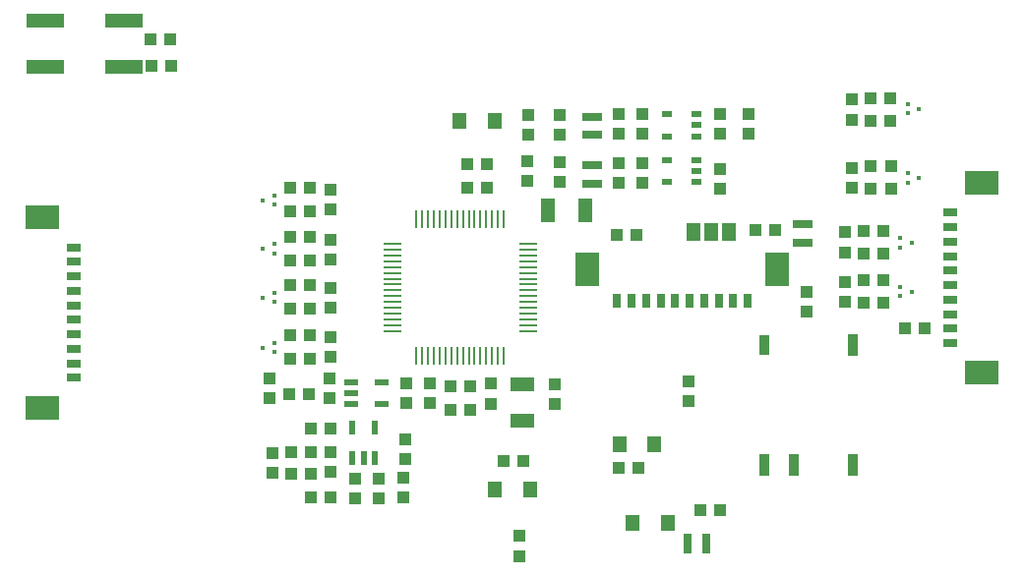
<source format=gbr>
G04 EAGLE Gerber RS-274X export*
G75*
%MOMM*%
%FSLAX34Y34*%
%LPD*%
%INSolderpaste Top*%
%IPPOS*%
%AMOC8*
5,1,8,0,0,1.08239X$1,22.5*%
G01*
%ADD10R,1.800000X0.800000*%
%ADD11R,1.000000X1.100000*%
%ADD12R,2.000000X1.200000*%
%ADD13R,1.100000X1.000000*%
%ADD14R,1.500000X0.285000*%
%ADD15R,0.285000X1.500000*%
%ADD16R,1.200000X1.400000*%
%ADD17R,1.200000X2.000000*%
%ADD18R,1.200000X0.550000*%
%ADD19R,0.550000X1.200000*%
%ADD20R,0.952500X0.508000*%
%ADD21R,0.800000X1.800000*%
%ADD22R,3.200000X1.200000*%
%ADD23R,1.168400X1.600200*%
%ADD24R,0.800000X1.300000*%
%ADD25R,2.100000X3.000000*%
%ADD26R,0.400000X0.400000*%
%ADD27R,0.965200X1.930400*%
%ADD28R,0.914400X1.778000*%
%ADD29R,1.300000X0.800000*%
%ADD30R,3.000000X2.100000*%


D10*
X496824Y365888D03*
X496824Y381888D03*
D11*
X540512Y366912D03*
X540512Y383912D03*
X520192Y366912D03*
X520192Y383912D03*
X468884Y367674D03*
X468884Y384674D03*
D12*
X437134Y193546D03*
X437134Y161546D03*
D11*
X464820Y193158D03*
X464820Y176158D03*
D13*
X389518Y382524D03*
X406518Y382524D03*
X389264Y362204D03*
X406264Y362204D03*
D11*
X409509Y193605D03*
X409509Y176605D03*
D13*
X374997Y170713D03*
X391997Y170713D03*
X375177Y191483D03*
X392177Y191483D03*
D10*
X497078Y407798D03*
X497078Y423798D03*
D11*
X540512Y408822D03*
X540512Y425822D03*
X520192Y408822D03*
X520192Y425822D03*
X469138Y408314D03*
X469138Y425314D03*
D10*
X678434Y314834D03*
X678434Y330834D03*
D11*
X681482Y272660D03*
X681482Y255660D03*
D14*
X324786Y314106D03*
X324786Y309106D03*
X324786Y304106D03*
X324786Y299106D03*
X324786Y294106D03*
X324786Y289106D03*
X324786Y284106D03*
X324786Y279106D03*
X324786Y274106D03*
X324786Y269106D03*
X324786Y264106D03*
X324786Y259106D03*
X324786Y254106D03*
X324786Y249106D03*
X324786Y244106D03*
X324786Y239106D03*
D15*
X345786Y218106D03*
X350786Y218106D03*
X355786Y218106D03*
X360786Y218106D03*
X365786Y218106D03*
X370786Y218106D03*
X375786Y218106D03*
X380786Y218106D03*
X385786Y218106D03*
X390786Y218106D03*
X395786Y218106D03*
X400786Y218106D03*
X405786Y218106D03*
X410786Y218106D03*
X415786Y218106D03*
X420786Y218106D03*
D14*
X441786Y239106D03*
X441786Y244106D03*
X441786Y249106D03*
X441786Y254106D03*
X441786Y259106D03*
X441786Y264106D03*
X441786Y269106D03*
X441786Y274106D03*
X441786Y279106D03*
X441786Y284106D03*
X441786Y289106D03*
X441786Y294106D03*
X441786Y299106D03*
X441786Y304106D03*
X441786Y309106D03*
X441786Y314106D03*
D15*
X420786Y335106D03*
X415786Y335106D03*
X410786Y335106D03*
X405786Y335106D03*
X400786Y335106D03*
X395786Y335106D03*
X390786Y335106D03*
X385786Y335106D03*
X380786Y335106D03*
X375786Y335106D03*
X370786Y335106D03*
X365786Y335106D03*
X360786Y335106D03*
X355786Y335106D03*
X350786Y335106D03*
X345786Y335106D03*
D11*
X441452Y368436D03*
X441452Y385436D03*
X271526Y217052D03*
X271526Y234052D03*
X271526Y258962D03*
X271526Y275962D03*
D13*
X237372Y299974D03*
X254372Y299974D03*
D11*
X271526Y300872D03*
X271526Y317872D03*
D13*
X237372Y320294D03*
X254372Y320294D03*
X237372Y341884D03*
X254372Y341884D03*
D11*
X271526Y344052D03*
X271526Y361052D03*
D13*
X237372Y362458D03*
X254372Y362458D03*
X753736Y439928D03*
X736736Y439928D03*
D11*
X720598Y438268D03*
X720598Y421268D03*
D13*
X753736Y419862D03*
X736736Y419862D03*
X753990Y381254D03*
X736990Y381254D03*
D11*
X720598Y379594D03*
X720598Y362594D03*
D13*
X753990Y361950D03*
X736990Y361950D03*
X747640Y325374D03*
X730640Y325374D03*
D11*
X714248Y323968D03*
X714248Y306968D03*
D13*
X747640Y305816D03*
X730640Y305816D03*
X747640Y283210D03*
X730640Y283210D03*
D11*
X714248Y281296D03*
X714248Y264296D03*
D13*
X747640Y263144D03*
X730640Y263144D03*
X437760Y127508D03*
X420760Y127508D03*
D16*
X413244Y102870D03*
X443244Y102870D03*
D11*
X337058Y194041D03*
X337058Y177041D03*
X334264Y112386D03*
X334264Y95386D03*
X293116Y112259D03*
X293116Y95259D03*
X312928Y112259D03*
X312928Y95259D03*
X441706Y408060D03*
X441706Y425060D03*
D16*
X412764Y419862D03*
X382764Y419862D03*
D13*
X237372Y278384D03*
X254372Y278384D03*
X237372Y258064D03*
X254372Y258064D03*
X237372Y235204D03*
X254372Y235204D03*
X237372Y214884D03*
X254372Y214884D03*
D17*
X490726Y342646D03*
X458726Y342646D03*
D11*
X631698Y408822D03*
X631698Y425822D03*
X607060Y408822D03*
X607060Y425822D03*
X607060Y361578D03*
X607060Y378578D03*
D18*
X289767Y194920D03*
X289767Y185420D03*
X289767Y175920D03*
X315769Y175920D03*
X315769Y194920D03*
D19*
X290728Y129747D03*
X300228Y129747D03*
X309728Y129747D03*
X309728Y155749D03*
X290728Y155749D03*
D20*
X586809Y406758D03*
X586809Y416258D03*
X586809Y425758D03*
X561282Y425758D03*
X561282Y406758D03*
X586936Y367195D03*
X586936Y376695D03*
X586936Y386195D03*
X561409Y386195D03*
X561409Y367195D03*
D13*
X654475Y325681D03*
X637475Y325681D03*
D11*
X434160Y62361D03*
X434160Y45361D03*
D13*
X590371Y84910D03*
X607371Y84910D03*
D11*
X580210Y195505D03*
X580210Y178505D03*
D21*
X579210Y55903D03*
X595210Y55903D03*
D13*
X536627Y120830D03*
X519627Y120830D03*
D16*
X520602Y141224D03*
X550602Y141224D03*
X561948Y74026D03*
X531948Y74026D03*
D13*
X517999Y321473D03*
X534999Y321473D03*
D22*
X26119Y506623D03*
X94119Y506623D03*
X94119Y466623D03*
X26119Y466623D03*
D13*
X117189Y490355D03*
X134189Y490355D03*
D23*
X583951Y324406D03*
X599191Y324406D03*
X614431Y324406D03*
D24*
X630923Y264970D03*
X618423Y264970D03*
X605923Y264970D03*
X593423Y264970D03*
X580923Y264970D03*
X568423Y264970D03*
X555923Y264970D03*
X543423Y264970D03*
X530923Y264970D03*
X518423Y264970D03*
D25*
X656423Y292470D03*
X492923Y292470D03*
D13*
X254639Y115720D03*
X237639Y115720D03*
X254639Y135110D03*
X237639Y135110D03*
X253369Y185067D03*
X236369Y185067D03*
D11*
X271087Y180971D03*
X271087Y197971D03*
D13*
X254631Y154953D03*
X271631Y154953D03*
X254631Y96192D03*
X271631Y96192D03*
D11*
X221582Y133989D03*
X221582Y116989D03*
X219448Y180971D03*
X219448Y197971D03*
X271859Y117471D03*
X271859Y134471D03*
D26*
X213407Y224793D03*
X223407Y220793D03*
X223407Y228793D03*
X213407Y267973D03*
X223407Y263973D03*
X223407Y271973D03*
X213407Y309883D03*
X223407Y305883D03*
X223407Y313883D03*
X213407Y351793D03*
X223407Y347793D03*
X223407Y355793D03*
X778463Y430527D03*
X768463Y434527D03*
X768463Y426527D03*
X778463Y370837D03*
X768463Y374837D03*
X768463Y366837D03*
X772113Y314957D03*
X762113Y318957D03*
X762113Y310957D03*
X772113Y273047D03*
X762113Y277047D03*
X762113Y269047D03*
D11*
X336243Y145419D03*
X336243Y128419D03*
X357518Y177041D03*
X357518Y194041D03*
D13*
X117471Y467302D03*
X134471Y467302D03*
D27*
X644906Y123444D03*
X670306Y123444D03*
X721106Y123444D03*
X721106Y227076D03*
D28*
X644906Y227076D03*
D29*
X805180Y228600D03*
X805180Y241100D03*
X805180Y253600D03*
X805180Y266100D03*
X805180Y278600D03*
X805180Y291100D03*
X805180Y303600D03*
X805180Y316100D03*
X805180Y328600D03*
X805180Y341100D03*
D30*
X832680Y203100D03*
X832680Y366600D03*
D13*
X783200Y241300D03*
X766200Y241300D03*
D29*
X50800Y311150D03*
X50800Y298650D03*
X50800Y286150D03*
X50800Y273650D03*
X50800Y261150D03*
X50800Y248650D03*
X50800Y236150D03*
X50800Y223650D03*
X50800Y211150D03*
X50800Y198650D03*
D30*
X23300Y336650D03*
X23300Y173150D03*
M02*

</source>
